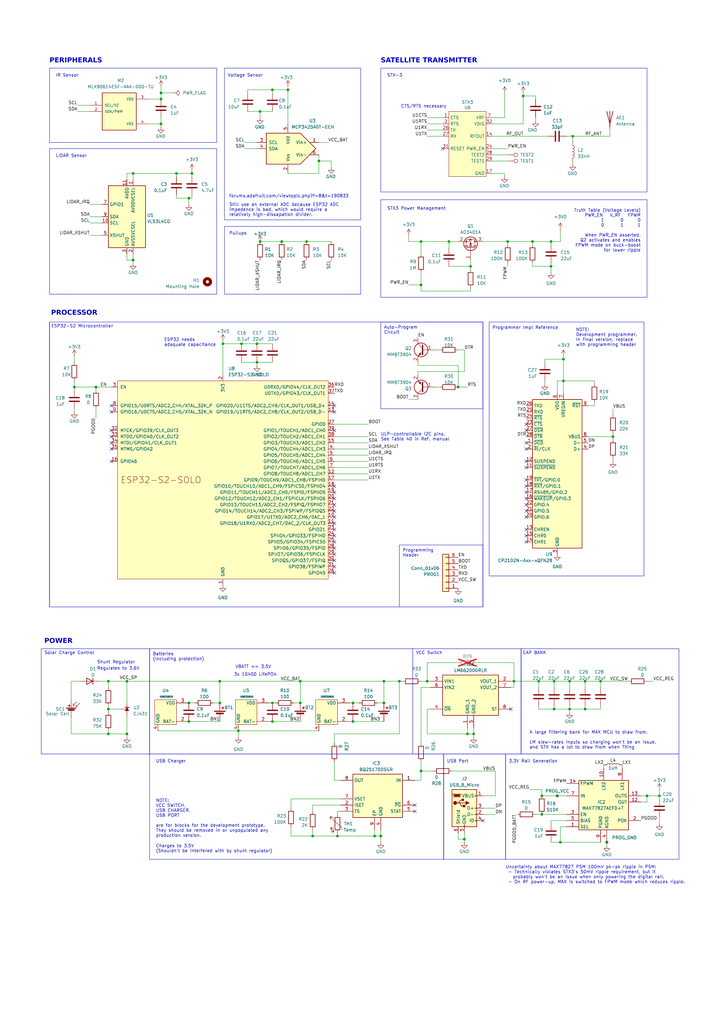
<source format=kicad_sch>
(kicad_sch (version 20230121) (generator eeschema)
  (paper "A3" portrait)
  (title_block (title "Monitoring Sensor for Afridev Hand Pump") (date "2023-05-02") (rev "1.0") (comment 1 "Author: Juan Luna") (comment 2 "Functional prototype of sensor to monitor the an Afridev hand pump."))
  (junction (at 228.6 326.39))
  (junction (at 118.11 36.83))
  (junction (at 194.31 300.99))
  (junction (at 90.17 279.4))
  (junction (at 123.19 288.29))
  (junction (at 39.37 158.75))
  (junction (at 66.04 40.64))
  (junction (at 97.79 299.72))
  (junction (at 226.06 99.06))
  (junction (at 99.06 140.97))
  (junction (at 222.25 334.01))
  (junction (at 231.14 156.21))
  (junction (at 111.76 288.29))
  (junction (at 193.04 109.22))
  (junction (at 77.47 288.29))
  (junction (at 227.33 279.4))
  (junction (at 163.83 279.4))
  (junction (at 106.68 45.72))
  (junction (at 251.46 179.07))
  (junction (at 144.78 288.29))
  (junction (at 66.04 50.8))
  (junction (at 52.07 300.99))
  (junction (at 218.44 99.06))
  (junction (at 77.47 295.91))
  (junction (at 90.17 288.29))
  (junction (at 77.47 81.28))
  (junction (at 66.04 38.1))
  (junction (at 233.68 279.4))
  (junction (at 248.92 345.44))
  (junction (at 172.72 316.23))
  (junction (at 246.38 279.4))
  (junction (at 234.95 55.88))
  (junction (at 52.07 279.4))
  (junction (at 91.44 140.97))
  (junction (at 210.82 279.4))
  (junction (at 220.98 279.4))
  (junction (at 111.76 295.91))
  (junction (at 72.39 71.12))
  (junction (at 233.68 290.83))
  (junction (at 153.67 342.9))
  (junction (at 184.15 99.06))
  (junction (at 111.76 36.83))
  (junction (at 190.5 344.17))
  (junction (at 44.45 279.4))
  (junction (at 172.72 99.06))
  (junction (at 208.28 99.06))
  (junction (at 214.63 39.37))
  (junction (at 157.48 279.4))
  (junction (at 229.87 345.44))
  (junction (at 123.19 279.4))
  (junction (at 172.72 116.84))
  (junction (at 175.26 279.4))
  (junction (at 30.48 158.75))
  (junction (at 231.14 147.32))
  (junction (at 130.81 66.04))
  (junction (at 105.41 148.59))
  (junction (at 44.45 300.99))
  (junction (at 240.03 279.4))
  (junction (at 105.41 140.97))
  (junction (at 191.77 300.99))
  (junction (at 115.57 99.06))
  (junction (at 270.51 326.39))
  (junction (at 240.03 290.83))
  (junction (at 187.96 158.75))
  (junction (at 144.78 295.91))
  (junction (at 125.73 99.06))
  (junction (at 138.43 342.9))
  (junction (at 156.21 342.9))
  (junction (at 227.33 290.83))
  (junction (at 78.74 71.12))
  (junction (at 265.43 326.39))
  (junction (at 128.27 342.9))
  (junction (at 54.61 71.12))
  (junction (at 54.61 106.68))
  (junction (at 106.68 99.06))
  (junction (at 222.25 326.39))
  (junction (at 157.48 288.29))
  (junction (at 44.45 290.83))
  (junction (at 226.06 109.22))
  (no_connect (at 137.16 166.37))
  (no_connect (at 137.16 224.79))
  (no_connect (at 137.16 204.47))
  (no_connect (at 170.18 332.74))
  (no_connect (at 137.16 168.91))
  (no_connect (at 137.16 234.95))
  (no_connect (at 215.9 222.25))
  (no_connect (at 209.55 290.83))
  (no_connect (at 215.9 217.17))
  (no_connect (at 137.16 219.71))
  (no_connect (at 45.72 179.07))
  (no_connect (at 170.18 330.2))
  (no_connect (at 137.16 201.93))
  (no_connect (at 137.16 176.53))
  (no_connect (at 137.16 229.87))
  (no_connect (at 215.9 196.85))
  (no_connect (at 137.16 199.39))
  (no_connect (at 137.16 217.17))
  (no_connect (at 181.61 60.96))
  (no_connect (at 215.9 207.01))
  (no_connect (at 45.72 168.91))
  (no_connect (at 137.16 222.25))
  (no_connect (at 215.9 191.77))
  (no_connect (at 198.12 336.55))
  (no_connect (at 137.16 209.55))
  (no_connect (at 215.9 189.23))
  (no_connect (at 215.9 173.99))
  (no_connect (at 215.9 184.15))
  (no_connect (at 45.72 181.61))
  (no_connect (at 137.16 214.63))
  (no_connect (at 45.72 166.37))
  (no_connect (at 215.9 201.93))
  (no_connect (at 215.9 209.55))
  (no_connect (at 137.16 212.09))
  (no_connect (at 215.9 199.39))
  (no_connect (at 137.16 232.41))
  (no_connect (at 215.9 219.71))
  (no_connect (at 215.9 176.53))
  (no_connect (at 215.9 204.47))
  (no_connect (at 215.9 212.09))
  (no_connect (at 45.72 184.15))
  (no_connect (at 45.72 189.23))
  (no_connect (at 137.16 227.33))
  (no_connect (at 137.16 207.01))
  (no_connect (at 215.9 181.61))
  (no_connect (at 45.72 176.53))
  (wire (pts (xy 44.45 299.72) (xy 44.45 300.99)))
  (wire (pts (xy 262.89 326.39) (xy 265.43 326.39)))
  (wire (pts (xy 222.25 326.39) (xy 228.6 326.39)))
  (wire (pts (xy 52.07 104.14) (xy 52.07 106.68)))
  (wire (pts (xy 233.68 279.4) (xy 227.33 279.4)))
  (wire (pts (xy 72.39 80.01) (xy 72.39 81.28)))
  (wire (pts (xy 210.82 281.94) (xy 210.82 279.4)))
  (wire (pts (xy 190.5 341.63) (xy 190.5 344.17)))
  (wire (pts (xy 100.33 60.96) (xy 105.41 60.96)))
  (wire (pts (xy 191.77 300.99) (xy 194.31 300.99)))
  (wire (pts (xy 184.15 99.06) (xy 172.72 99.06)))
  (wire (pts (xy 30.48 146.05) (xy 30.48 148.59)))
  (wire (pts (xy 106.68 45.72) (xy 111.76 45.72)))
  (wire (pts (xy 265.43 326.39) (xy 270.51 326.39)))
  (wire (pts (xy 198.12 331.47) (xy 203.2 331.47)))
  (wire (pts (xy 251.46 167.64) (xy 251.46 170.18)))
  (wire (pts (xy 29.21 287.02) (xy 29.21 279.4)))
  (wire (pts (xy 208.28 99.06) (xy 218.44 99.06)))
  (wire (pts (xy 99.06 140.97) (xy 105.41 140.97)))
  (wire (pts (xy 90.17 279.4) (xy 90.17 288.29)))
  (wire (pts (xy 226.06 109.22) (xy 226.06 111.76)))
  (wire (pts (xy 31.75 43.18) (xy 36.83 43.18)))
  (wire (pts (xy 137.16 300.99) (xy 163.83 300.99)))
  (wire (pts (xy 36.83 91.44) (xy 41.91 91.44)))
  (wire (pts (xy 130.81 58.42) (xy 134.62 58.42)))
  (wire (pts (xy 224.79 55.88) (xy 201.93 55.88)))
  (wire (pts (xy 203.2 326.39) (xy 198.12 326.39)))
  (wire (pts (xy 138.43 341.63) (xy 138.43 342.9)))
  (wire (pts (xy 187.96 341.63) (xy 187.96 344.17)))
  (wire (pts (xy 66.04 48.26) (xy 66.04 50.8)))
  (wire (pts (xy 194.31 300.99) (xy 194.31 302.26)))
  (wire (pts (xy 226.06 99.06) (xy 226.06 100.33)))
  (wire (pts (xy 119.38 327.66) (xy 119.38 331.47)))
  (wire (pts (xy 246.38 289.56) (xy 246.38 290.83)))
  (wire (pts (xy 247.65 313.69) (xy 247.65 314.96)))
  (wire (pts (xy 167.64 96.52) (xy 167.64 99.06)))
  (wire (pts (xy 44.45 279.4) (xy 44.45 281.94)))
  (wire (pts (xy 198.12 334.01) (xy 203.2 334.01)))
  (wire (pts (xy 137.16 173.99) (xy 151.13 173.99)))
  (wire (pts (xy 110.49 295.91) (xy 111.76 295.91)))
  (wire (pts (xy 163.83 300.99) (xy 163.83 279.4)))
  (wire (pts (xy 110.49 288.29) (xy 111.76 288.29)))
  (wire (pts (xy 172.72 111.76) (xy 172.72 116.84)))
  (wire (pts (xy 77.47 295.91) (xy 90.17 295.91)))
  (wire (pts (xy 220.98 289.56) (xy 220.98 290.83)))
  (wire (pts (xy 130.81 71.12) (xy 130.81 66.04)))
  (wire (pts (xy 78.74 71.12) (xy 78.74 72.39)))
  (wire (pts (xy 139.7 330.2) (xy 128.27 330.2)))
  (wire (pts (xy 170.18 320.04) (xy 172.72 320.04)))
  (wire (pts (xy 227.33 290.83) (xy 233.68 290.83)))
  (wire (pts (xy 39.37 158.75) (xy 39.37 160.02)))
  (wire (pts (xy 97.79 299.72) (xy 97.79 302.26)))
  (wire (pts (xy 72.39 81.28) (xy 77.47 81.28)))
  (wire (pts (xy 130.81 66.04) (xy 130.81 63.5)))
  (wire (pts (xy 172.72 104.14) (xy 172.72 99.06)))
  (wire (pts (xy 137.16 184.15) (xy 151.13 184.15)))
  (wire (pts (xy 91.44 140.97) (xy 99.06 140.97)))
  (wire (pts (xy 66.04 35.56) (xy 66.04 38.1)))
  (wire (pts (xy 137.16 186.69) (xy 151.13 186.69)))
  (wire (pts (xy 240.03 279.4) (xy 233.68 279.4)))
  (wire (pts (xy 227.33 281.94) (xy 227.33 279.4)))
  (wire (pts (xy 194.31 298.45) (xy 194.31 300.99)))
  (wire (pts (xy 172.72 281.94) (xy 176.53 281.94)))
  (wire (pts (xy 52.07 279.4) (xy 90.17 279.4)))
  (wire (pts (xy 175.26 50.8) (xy 181.61 50.8)))
  (wire (pts (xy 167.64 116.84) (xy 172.72 116.84)))
  (wire (pts (xy 223.52 147.32) (xy 231.14 147.32)))
  (wire (pts (xy 172.72 99.06) (xy 167.64 99.06)))
  (wire (pts (xy 172.72 119.38) (xy 172.72 116.84)))
  (wire (pts (xy 234.95 58.42) (xy 234.95 55.88)))
  (wire (pts (xy 66.04 50.8) (xy 66.04 52.07)))
  (wire (pts (xy 250.19 55.88) (xy 250.19 53.34)))
  (wire (pts (xy 251.46 179.07) (xy 251.46 180.34)))
  (wire (pts (xy 241.3 179.07) (xy 251.46 179.07)))
  (wire (pts (xy 128.27 342.9) (xy 138.43 342.9)))
  (wire (pts (xy 128.27 330.2) (xy 128.27 332.74)))
  (wire (pts (xy 184.15 109.22) (xy 193.04 109.22)))
  (wire (pts (xy 118.11 35.56) (xy 118.11 36.83)))
  (wire (pts (xy 105.41 148.59) (xy 105.41 149.86)))
  (wire (pts (xy 187.96 344.17) (xy 190.5 344.17)))
  (wire (pts (xy 139.7 327.66) (xy 119.38 327.66)))
  (wire (pts (xy 45.72 158.75) (xy 39.37 158.75)))
  (wire (pts (xy 44.45 289.56) (xy 44.45 290.83)))
  (wire (pts (xy 30.48 167.64) (xy 30.48 168.91)))
  (wire (pts (xy 219.71 334.01) (xy 222.25 334.01)))
  (wire (pts (xy 52.07 106.68) (xy 54.61 106.68)))
  (wire (pts (xy 226.06 107.95) (xy 226.06 109.22)))
  (wire (pts (xy 179.07 143.51) (xy 180.34 143.51)))
  (wire (pts (xy 137.16 191.77) (xy 151.13 191.77)))
  (wire (pts (xy 228.6 156.21) (xy 228.6 161.29)))
  (wire (pts (xy 193.04 106.68) (xy 193.04 109.22)))
  (wire (pts (xy 229.87 339.09) (xy 229.87 345.44)))
  (wire (pts (xy 100.33 58.42) (xy 105.41 58.42)))
  (wire (pts (xy 231.14 147.32) (xy 231.14 156.21)))
  (wire (pts (xy 156.21 340.36) (xy 156.21 342.9)))
  (wire (pts (xy 226.06 345.44) (xy 229.87 345.44)))
  (wire (pts (xy 210.82 279.4) (xy 210.82 271.78)))
  (wire (pts (xy 219.71 40.64) (xy 219.71 39.37)))
  (wire (pts (xy 218.44 99.06) (xy 226.06 99.06)))
  (wire (pts (xy 66.04 38.1) (xy 66.04 40.64)))
  (wire (pts (xy 193.04 109.22) (xy 193.04 110.49)))
  (wire (pts (xy 52.07 279.4) (xy 52.07 288.29)))
  (wire (pts (xy 72.39 71.12) (xy 78.74 71.12)))
  (wire (pts (xy 203.2 316.23) (xy 203.2 326.39)))
  (wire (pts (xy 78.74 69.85) (xy 78.74 71.12)))
  (wire (pts (xy 29.21 294.64) (xy 29.21 300.99)))
  (wire (pts (xy 106.68 45.72) (xy 106.68 48.26)))
  (wire (pts (xy 118.11 71.12) (xy 130.81 71.12)))
  (wire (pts (xy 175.26 290.83) (xy 175.26 300.99)))
  (wire (pts (xy 54.61 71.12) (xy 52.07 71.12)))
  (wire (pts (xy 87.63 288.29) (xy 90.17 288.29)))
  (wire (pts (xy 138.43 342.9) (xy 153.67 342.9)))
  (wire (pts (xy 105.41 148.59) (xy 111.76 148.59)))
  (wire (pts (xy 207.01 71.12) (xy 207.01 72.39)))
  (wire (pts (xy 29.21 300.99) (xy 44.45 300.99)))
  (wire (pts (xy 228.6 326.39) (xy 232.41 326.39)))
  (wire (pts (xy 223.52 148.59) (xy 223.52 147.32)))
  (wire (pts (xy 72.39 72.39) (xy 72.39 71.12)))
  (wire (pts (xy 54.61 71.12) (xy 72.39 71.12)))
  (wire (pts (xy 201.93 60.96) (xy 208.28 60.96)))
  (wire (pts (xy 52.07 293.37) (xy 52.07 300.99)))
  (wire (pts (xy 231.14 146.05) (xy 231.14 147.32)))
  (wire (pts (xy 232.41 339.09) (xy 229.87 339.09)))
  (wire (pts (xy 195.58 271.78) (xy 210.82 271.78)))
  (wire (pts (xy 44.45 279.4) (xy 52.07 279.4)))
  (wire (pts (xy 175.26 48.26) (xy 181.61 48.26)))
  (wire (pts (xy 40.64 279.4) (xy 44.45 279.4)))
  (wire (pts (xy 77.47 81.28) (xy 77.47 83.82)))
  (wire (pts (xy 137.16 304.8) (xy 137.16 300.99)))
  (wire (pts (xy 90.17 279.4) (xy 123.19 279.4)))
  (wire (pts (xy 36.83 96.52) (xy 41.91 96.52)))
  (wire (pts (xy 220.98 279.4) (xy 210.82 279.4)))
  (wire (pts (xy 207.01 38.1) (xy 207.01 48.26)))
  (wire (pts (xy 220.98 281.94) (xy 220.98 279.4)))
  (wire (pts (xy 222.25 323.85) (xy 222.25 326.39)))
  (wire (pts (xy 175.26 300.99) (xy 191.77 300.99)))
  (wire (pts (xy 54.61 73.66) (xy 54.61 71.12)))
  (wire (pts (xy 60.96 40.64) (xy 66.04 40.64)))
  (wire (pts (xy 144.78 295.91) (xy 157.48 295.91)))
  (wire (pts (xy 99.06 148.59) (xy 105.41 148.59)))
  (wire (pts (xy 223.52 156.21) (xy 223.52 157.48)))
  (wire (pts (xy 208.28 109.22) (xy 208.28 107.95)))
  (wire (pts (xy 115.57 99.06) (xy 125.73 99.06)))
  (wire (pts (xy 234.95 55.88) (xy 250.19 55.88)))
  (wire (pts (xy 240.03 290.83) (xy 233.68 290.83)))
  (wire (pts (xy 54.61 104.14) (xy 54.61 106.68)))
  (wire (pts (xy 190.5 344.17) (xy 190.5 345.44)))
  (wire (pts (xy 154.94 288.29) (xy 157.48 288.29)))
  (wire (pts (xy 153.67 340.36) (xy 153.67 342.9)))
  (wire (pts (xy 175.26 279.4) (xy 176.53 279.4)))
  (wire (pts (xy 175.26 279.4) (xy 175.26 271.78)))
  (wire (pts (xy 175.26 55.88) (xy 181.61 55.88)))
  (wire (pts (xy 30.48 158.75) (xy 30.48 160.02)))
  (wire (pts (xy 233.68 289.56) (xy 233.68 290.83)))
  (wire (pts (xy 184.15 99.06) (xy 187.96 99.06)))
  (wire (pts (xy 218.44 107.95) (xy 218.44 109.22)))
  (wire (pts (xy 219.71 48.26) (xy 219.71 49.53)))
  (wire (pts (xy 101.6 38.1) (xy 101.6 36.83)))
  (wire (pts (xy 175.26 271.78) (xy 187.96 271.78)))
  (wire (pts (xy 209.55 279.4) (xy 210.82 279.4)))
  (wire (pts (xy 226.06 99.06) (xy 229.87 99.06)))
  (wire (pts (xy 248.92 345.44) (xy 248.92 346.71)))
  (wire (pts (xy 201.93 66.04) (xy 208.28 66.04)))
  (wire (pts (xy 240.03 289.56) (xy 240.03 290.83)))
  (wire (pts (xy 214.63 39.37) (xy 214.63 38.1)))
  (wire (pts (xy 29.21 279.4) (xy 33.02 279.4)))
  (wire (pts (xy 77.47 288.29) (xy 80.01 288.29)))
  (wire (pts (xy 265.43 279.4) (xy 267.97 279.4)))
  (wire (pts (xy 101.6 36.83) (xy 111.76 36.83)))
  (wire (pts (xy 101.6 45.72) (xy 106.68 45.72)))
  (wire (pts (xy 137.16 181.61) (xy 151.13 181.61)))
  (wire (pts (xy 128.27 340.36) (xy 128.27 342.9)))
  (wire (pts (xy 233.68 281.94) (xy 233.68 279.4)))
  (wire (pts (xy 251.46 187.96) (xy 251.46 189.23)))
  (wire (pts (xy 184.15 101.6) (xy 184.15 99.06)))
  (wire (pts (xy 234.95 67.31) (xy 234.95 66.04)))
  (wire (pts (xy 156.21 342.9) (xy 156.21 345.44)))
  (wire (pts (xy 255.27 313.69) (xy 255.27 314.96)))
  (wire (pts (xy 193.04 119.38) (xy 172.72 119.38)))
  (wire (pts (xy 171.45 148.59) (xy 171.45 149.86)))
  (wire (pts (xy 60.96 50.8) (xy 66.04 50.8)))
  (wire (pts (xy 172.72 312.42) (xy 172.72 316.23)))
  (wire (pts (xy 219.71 39.37) (xy 214.63 39.37)))
  (wire (pts (xy 220.98 290.83) (xy 227.33 290.83)))
  (wire (pts (xy 138.43 332.74) (xy 138.43 334.01)))
  (wire (pts (xy 137.16 194.31) (xy 151.13 194.31)))
  (wire (pts (xy 243.84 166.37) (xy 243.84 165.1)))
  (wire (pts (xy 172.72 320.04) (xy 172.72 316.23)))
  (wire (pts (xy 44.45 300.99) (xy 52.07 300.99)))
  (wire (pts (xy 241.3 166.37) (xy 243.84 166.37)))
  (wire (pts (xy 106.68 99.06) (xy 115.57 99.06)))
  (wire (pts (xy 246.38 279.4) (xy 240.03 279.4)))
  (wire (pts (xy 139.7 332.74) (xy 138.43 332.74)))
  (wire (pts (xy 232.41 336.55) (xy 226.06 336.55)))
  (wire (pts (xy 44.45 290.83) (xy 44.45 292.1)))
  (wire (pts (xy 222.25 334.01) (xy 232.41 334.01)))
  (wire (pts (xy 54.61 106.68) (xy 54.61 107.95)))
  (wire (pts (xy 172.72 316.23) (xy 177.8 316.23)))
  (wire (pts (xy 44.45 290.83) (xy 49.53 290.83)))
  (wire (pts (xy 208.28 99.06) (xy 208.28 100.33)))
  (wire (pts (xy 163.83 279.4) (xy 165.1 279.4)))
  (wire (pts (xy 240.03 281.94) (xy 240.03 279.4)))
  (wire (pts (xy 135.89 68.58) (xy 135.89 66.04)))
  (wire (pts (xy 190.5 152.4) (xy 190.5 143.51)))
  (wire (pts (xy 187.96 158.75) (xy 191.77 158.75)))
  (wire (pts (xy 111.76 295.91) (xy 123.19 295.91)))
  (wire (pts (xy 135.89 66.04) (xy 130.81 66.04)))
  (wire (pts (xy 187.96 149.86) (xy 187.96 158.75)))
  (wire (pts (xy 246.38 279.4) (xy 257.81 279.4)))
  (wire (pts (xy 229.87 345.44) (xy 246.38 345.44)))
  (wire (pts (xy 227.33 279.4) (xy 220.98 279.4)))
  (wire (pts (xy 167.64 163.83) (xy 171.45 163.83)))
  (wire (pts (xy 179.07 158.75) (xy 180.34 158.75)))
  (wire (pts (xy 39.37 158.75) (xy 30.48 158.75)))
  (wire (pts (xy 201.93 63.5) (xy 208.28 63.5)))
  (wire (pts (xy 36.83 88.9) (xy 41.91 88.9)))
  (wire (pts (xy 111.76 36.83) (xy 118.11 36.83)))
  (wire (pts (xy 214.63 50.8) (xy 214.63 39.37)))
  (wire (pts (xy 144.78 288.29) (xy 147.32 288.29)))
  (wire (pts (xy 97.79 299.72) (xy 130.81 299.72)))
  (wire (pts (xy 262.89 328.93) (xy 265.43 328.93)))
  (wire (pts (xy 153.67 342.9) (xy 156.21 342.9)))
  (wire (pts (xy 137.16 312.42) (xy 137.16 320.04)))
  (wire (pts (xy 137.16 179.07) (xy 151.13 179.07)))
  (wire (pts (xy 119.38 339.09) (xy 119.38 342.9)))
  (wire (pts (xy 137.16 196.85) (xy 151.13 196.85)))
  (wire (pts (xy 64.77 299.72) (xy 97.79 299.72)))
  (wire (pts (xy 209.55 281.94) (xy 210.82 281.94)))
  (wire (pts (xy 157.48 279.4) (xy 163.83 279.4)))
  (wire (pts (xy 232.41 55.88) (xy 234.95 55.88)))
  (wire (pts (xy 218.44 109.22) (xy 226.06 109.22)))
  (wire (pts (xy 137.16 189.23) (xy 151.13 189.23)))
  (wire (pts (xy 172.72 304.8) (xy 172.72 281.94)))
  (wire (pts (xy 39.37 167.64) (xy 39.37 171.45)))
  (wire (pts (xy 111.76 288.29) (xy 113.03 288.29)))
  (wire (pts (xy 52.07 73.66) (xy 52.07 71.12)))
  (wire (pts (xy 71.12 38.1) (xy 66.04 38.1)))
  (wire (pts (xy 77.47 81.28) (xy 78.74 81.28)))
  (wire (pts (xy 31.75 45.72) (xy 36.83 45.72)))
  (wire (pts (xy 176.53 290.83) (xy 175.26 290.83)))
  (wire (pts (xy 171.45 149.86) (xy 187.96 149.86)))
  (wire (pts (xy 243.84 156.21) (xy 231.14 156.21)))
  (wire (pts (xy 123.19 279.4) (xy 157.48 279.4)))
  (polyline (pts (xy 20.32 132.08) (xy 20.32 248.92)))
  (wire (pts (xy 137.16 320.04) (xy 139.7 320.04)))
  (wire (pts (xy 270.51 335.28) (xy 270.51 337.82)))
  (wire (pts (xy 157.48 279.4) (xy 157.48 288.29)))
  (wire (pts (xy 125.73 99.06) (xy 135.89 99.06)))
  (wire (pts (xy 251.46 179.07) (xy 251.46 177.8)))
  (wire (pts (xy 36.83 83.82) (xy 41.91 83.82)))
  (wire (pts (xy 227.33 289.56) (xy 227.33 290.83)))
  (wire (pts (xy 226.06 336.55) (xy 226.06 337.82)))
  (wire (pts (xy 118.11 36.83) (xy 118.11 50.8)))
  (wire (pts (xy 105.41 140.97) (xy 111.76 140.97)))
  (wire (pts (xy 187.96 143.51) (xy 190.5 143.51)))
  (wire (pts (xy 246.38 290.83) (xy 240.03 290.83)))
  (wire (pts (xy 30.48 156.21) (xy 30.48 158.75)))
  (wire (pts (xy 78.74 81.28) (xy 78.74 80.01)))
  (wire (pts (xy 171.45 153.67) (xy 171.45 152.4)))
  (wire (pts (xy 243.84 157.48) (xy 243.84 156.21)))
  (wire (pts (xy 123.19 279.4) (xy 123.19 288.29)))
  (wire (pts (xy 52.07 300.99) (xy 52.07 302.26)))
  (wire (pts (xy 270.51 326.39) (xy 270.51 327.66)))
  (wire (pts (xy 265.43 328.93) (xy 265.43 326.39)))
  (wire (pts (xy 231.14 156.21) (xy 228.6 156.21)))
  (wire (pts (xy 120.65 288.29) (xy 123.19 288.29)))
  (wire (pts (xy 91.44 140.97) (xy 91.44 153.67)))
  (wire (pts (xy 185.42 316.23) (xy 203.2 316.23)))
  (wire (pts (xy 270.51 323.85) (xy 270.51 326.39)))
  (wire (pts (xy 119.38 342.9) (xy 128.27 342.9)))
  (wire (pts (xy 198.12 99.06) (xy 208.28 99.06)))
  (wire (pts (xy 171.45 152.4) (xy 190.5 152.4)))
  (wire (pts (xy 193.04 118.11) (xy 193.04 119.38)))
  (wire (pts (xy 231.14 156.21) (xy 231.14 161.29)))
  (wire (pts (xy 246.38 281.94) (xy 246.38 279.4)))
  (wire (pts (xy 207.01 48.26) (xy 201.93 48.26)))
  (wire (pts (xy 175.26 53.34) (xy 181.61 53.34)))
  (wire (pts (xy 144.78 288.29) (xy 143.51 288.29)))
  (wire (pts (xy 172.72 279.4) (xy 175.26 279.4)))
  (wire (pts (xy 229.87 99.06) (xy 229.87 93.98)))
  (wire (pts (xy 233.68 290.83) (xy 233.68 292.1)))
  (wire (pts (xy 218.44 100.33) (xy 218.44 99.06)))
  (wire (pts (xy 144.78 295.91) (xy 143.51 295.91)))
  (wire (pts (xy 111.76 36.83) (xy 111.76 38.1)))
  (wire (pts (xy 201.93 50.8) (xy 214.63 50.8)))
  (wire (pts (xy 91.44 139.7) (xy 91.44 140.97)))
  (wire (pts (xy 217.17 323.85) (xy 222.25 323.85)))
  (wire (pts (xy 191.77 298.45) (xy 191.77 300.99)))
  (wire (pts (xy 201.93 71.12) (xy 207.01 71.12)))
  (rectangle (start 200.66 132.08) (end 264.16 236.22))
  (rectangle (start 92.075 27.94) (end 147.955 90.17))
  (rectangle (start 156.21 81.915) (end 265.43 121.92))
  (rectangle (start 156.21 132.08) (end 198.12 167.64))
  (rectangle (start 16.9128 266.0642) (end 61.3628 309.2442))
  (rectangle (start 61.3628 309.2442) (end 182.0128 352.4242))
  (rectangle (start 20.32 27.94) (end 88.9 58.42))
  (rectangle (start 20.32 132.08) (end 198.12 248.92))
  (rectangle (start 169.3128 266.0642) (end 213.7628 309.2442))
  (rectangle (start 156.21 27.94) (end 265.43 78.74))
  (rectangle (start 182.0128 309.2442) (end 207.4128 352.4242))
  (rectangle (start 61.3628 266.0642) (end 169.3128 309.2442))
  (rectangle (start 163.83 223.52) (end 198.12 248.92))
  (rectangle (start 92.0851 92.8487) (end 147.9651 120.65))
  (rectangle (start 213.7628 266.0642) (end 278.5328 309.2442))
  (rectangle (start 20.32 60.96) (end 88.9 120.65))
  (rectangle (start 207.4128 309.2442) (end 278.5328 352.4242))
  (text "NOTE:\nVCC SWITCH,\nUSB CHARGER,\nUSB PORT\n\nare for blocks for the development prototype.\nThey should be removed in or unpopulated any\nproduction version." (at 63.9028 343.5342 0) (effects (font (size 1.27 1.27)) (justify left bottom)))
  (text "SATELLITE TRANSMITTER" (at 156.21 26.67 0) (effects (font (size 2 2) (thickness 0.4) bold) (justify left bottom)))
  (text "forums.adafruit.com/viewtopic.php?f=8&t=190833" (at 93.98 81.28 0) (effects (font (size 1.27 1.27)) (justify left bottom)))
  (text "USB Charger" (at 63.9028 313.0542 0) (effects (font (size 1.27 1.27)) (justify left bottom)))
  (text "LIDAR Sensor" (at 22.86 64.77 0) (effects (font (size 1.27 1.27)) (justify left bottom)))
  (text "USB Port" (at 183.2828 313.0542 0) (effects (font (size 1.27 1.27)) (justify left bottom)))
  (text "Batteries\n(Including protection)" (at 62.6328 271.1442 0) (effects (font (size 1.27 1.27)) (justify left bottom)))
  (text "Shunt Regulator" (at 39.7728 272.4142 0) (effects (font (size 1.27 1.27)) (justify left bottom)))
  (text "3.3V Rail Generation" (at 208.6828 313.0542 0) (effects (font (size 1.27 1.27)) (justify left bottom)))
  (text "STX-3" (at 158.75 31.75 0) (effects (font (size 1.27 1.27)) (justify left bottom)))
  (text "A large filtering bank for MAX MCU to draw from.\n\nLM slew-rates inputs so charging won't be an issue,\nand STX has a lot to draw from when TXing" (at 217.17 307.34 0) (effects (font (size 1.27 1.27)) (justify left bottom)))
  (text "Programmer Impl Reference" (at 201.93 135.255 0) (effects (font (size 1.27 1.27)) (justify left bottom)))
  (text "Solar Charge Control" (at 18.1828 268.6042 0) (effects (font (size 1.27 1.27)) (justify left bottom)))
  (text "VCC Switch" (at 170.5828 268.6042 0) (effects (font (size 1.27 1.27)) (justify left bottom)))
  (text "ESP32-S2 Microcontroller" (at 20.955 134.62 0) (effects (font (size 1.27 1.27)) (justify left bottom)))
  (text "VBATT <= 3.5V" (at 96.52 274.32 0) (effects (font (size 1.27 1.27)) (justify left bottom)))
  (text "VCC_SP" (at 49.0573 278.8544 0) (effects (font (size 1.27 1.27)) (justify left bottom)))
  (text "Still use an external ADC because ESP32 ADC\nimpedence is bad, which would require a\nrelatively high-dissapation divider." (at 93.98 88.9 0) (effects (font (size 1.27 1.27)) (justify left bottom)))
  (text "NOTE:\nDevelopment programmer.\nIn final version, replace\nwith programming header" (at 236.22 142.24 0) (effects (font (size 1.27 1.27)) (justify left bottom)))
  (text "Truth Table (Voltage Levels)\nPWR_EN   V_RF   FPWM\n  1       0      0\n  0       1      1\n\nWhen PWR_EN asserted,\nQ2 activates and enables\nFPWM mode on buck-boost\nfor lower ripple" (at 262.89 103.505 0) (effects (font (size 1.27 1.27)) (justify right bottom)))
  (text "CTS/RTS necessary" (at 164.465 44.45 0) (effects (font (size 1.27 1.27)) (justify left bottom)))
  (text "Auto-Program\nCircuit" (at 157.48 137.16 0) (effects (font (size 1.27 1.27)) (justify left bottom)))
  (text "Charges to 3.5V\n(Shouldn't be interfered with by shunt regulator)" (at 63.9028 349.8842 0) (effects (font (size 1.27 1.27)) (justify left bottom)))
  (text "PROCESSOR" (at 20.955 130.175 0) (effects (font (size 2 2) (thickness 0.4) bold) (justify left bottom)))
  (text "ULP-controllable I2C pins. \nSee Table 40 in Ref. manual" (at 156.21 180.975 0) (effects (font (size 1.27 1.27)) (justify left bottom)))
  (text "Pullups" (at 93.98 96.52 0) (effects (font (size 1.27 1.27)) (justify left bottom)))
  (text "Voltage Sensor" (at 93.345 31.75 0) (effects (font (size 1.27 1.27)) (justify left bottom)))
  (text "POWER" (at 18.1828 264.7942 0) (effects (font (size 2 2) (thickness 0.4) bold) (justify left bottom)))
  (text "STX3 Power Management" (at 158.75 86.36 0) (effects (font (size 1.27 1.27)) (justify left bottom)))
  (text "ESP32 needs\nadaquate capacitance" (at 67.31 142.24 0) (effects (font (size 1.27 1.27)) (justify left bottom)))
  (text "PERIPHERALS" (at 20.32 26.67 0) (effects (font (size 2 2) (thickness 0.4) bold) (justify left bottom)))
  (text "Programming\nHeader" (at 165.1 228.6 0) (effects (font (size 1.27 1.27)) (justify left bottom)))
  (text "Uncertainty about MAX77827 PSM 100mV pk-pk ripple in PSM:\n - Technically violates STX3's 50mV ripple requirement, but it\n   probably won't be an issue when only powering the digital rail.\n - On RF power-up, MAX is switched to FPWM mode which reduces ripple." (at 207.4128 362.5842 0) (effects (font (size 1.27 1.27)) (justify left bottom)))
  (text "Regulates to 3.6V" (at 39.7728 274.9542 0) (effects (font (size 1.27 1.27)) (justify left bottom)))
  (text "CAP BANK" (at 214.3978 268.6042 0) (effects (font (size 1.27 1.27)) (justify left bottom)))
  (text "3x 10400 LifePO4" (at 95.885 277.495 0) (effects (font (size 1.27 1.27)) (justify left bottom)))
  (text "IR Sensor" (at 22.86 31.75 0) (effects (font (size 1.27 1.27)) (justify left bottom)))
  (label "SCL" (at 31.75 43.18 180))
  (label "DP" (at 241.3 184.15 0))
  (label "U1RTS" (at 175.26 50.8 180))
  (label "U1TX" (at 175.26 55.88 180))
  (label "U1TX" (at 151.13 196.85 0))
  (label "VCC_BAT" (at 134.62 58.42 0))
  (label "SCL" (at 135.89 106.68 270))
  (label "RF_OUT" (at 207.645 55.88 0))
  (label "VCC_REG" (at 267.97 279.4 0))
  (label "U1RX" (at 175.26 53.34 180))
  (label "PWR_EN" (at 208.28 60.96 0))
  (label "VCC_BAT" (at 123.19 279.4 180))
  (label "SCL" (at 36.83 91.44 180))
  (label "BOOT" (at 151.13 173.99 0))
  (label "EN" (at 187.96 228.6 0))
  (label "DN" (at 241.3 181.61 0))
  (label "VBUS" (at 203.2 316.23 180))
  (label "SDA" (at 100.33 60.96 180))
  (label "U1CTS" (at 151.13 189.23 0))
  (label "PGOOD_BATT" (at 212.09 334.01 270))
  (label "SCL" (at 151.13 179.07 0))
  (label "LIDAR_IRQ" (at 151.13 186.69 0))
  (label "PGOOD" (at 39.37 171.45 270))
  (label "RXD" (at 137.16 158.75 0))
  (label "BN2" (at 122.9578 295.91 180))
  (label "LIDAR_XSHUT" (at 106.68 106.68 270))
  (label "SDA" (at 36.83 88.9 180))
  (label "DTR" (at 215.9 179.07 180))
  (label "TXD" (at 137.16 161.29 0))
  (label "BOOT" (at 187.96 231.14 0))
  (label "LX2" (at 247.65 313.69 180))
  (label "RTS" (at 191.77 158.75 0))
  (label "LIDAR_IRQ" (at 115.57 106.68 270))
  (label "LIDAR_XSHUT" (at 151.13 184.15 0))
  (label "RXD" (at 187.96 236.22 0))
  (label "BOOT" (at 167.64 163.83 180))
  (label "U1RTS" (at 151.13 191.77 0))
  (label "DP" (at 203.2 331.47 0))
  (label "DTR" (at 190.5 143.51 0))
  (label "RTS" (at 215.9 171.45 180))
  (label "U1CTS" (at 175.26 48.26 180))
  (label "RF_ANT" (at 240.03 55.88 0))
  (label "LX1" (at 255.27 313.69 0))
  (label "SDA" (at 31.75 45.72 180))
  (label "VCC_SW" (at 187.96 238.76 0))
  (label "LIDAR_XSHUT" (at 36.83 96.52 180))
  (label "RXD" (at 215.9 166.37 180))
  (label "BN3" (at 155.9778 295.91 180))
  (label "VCC_SW" (at 250.19 279.4 0))
  (label "LIDAR_IRQ" (at 36.83 83.82 180))
  (label "SDA" (at 151.13 181.61 0))
  (label "SDA" (at 125.73 106.68 270))
  (label "FPWM" (at 232.41 321.31 180))
  (label "FPWM" (at 208.28 109.22 270))
  (label "TXD" (at 187.96 233.68 0))
  (label "TXD" (at 215.9 168.91 180))
  (label "VCC_REG" (at 217.17 323.85 180))
  (label "PGOOD" (at 262.89 336.55 0))
  (label "U1RX" (at 151.13 194.31 0))
  (label "EN" (at 171.45 138.43 0))
  (label "BN1" (at 90.17 295.91 180))
  (label "DN" (at 203.2 334.01 0))
  (label "PWR_EN" (at 167.64 116.84 180))
  (label "SCL" (at 100.33 58.42 180))
  (label "EN" (at 43.815 158.75 180))
  (label "VBUS" (at 251.46 167.64 0))
  (symbol (lib_id "Device:R") (at 251.46 184.15 0) (unit 1)
    (property "Reference" "R21" (at 254 183.515 0) (effects (justify left)))
    (property "Value" "33K" (at 254 186.055 0) (effects (justify left)))
    (property "Footprint" "Resistor_SMD:R_0402_1005Metric" (effects hide))
    (property "LCSC" "C25779" (effects hide))
  )
  (symbol (lib_id "power:GND") (at 207.01 72.39 0) (unit 1)
    (property "Reference" "#PWR018" (effects hide))
    (property "Value" "GND" (at 208.915 76.2 0) (effects (justify right)))
  )
  (symbol (lib_id "Device:R") (at 119.38 335.28 0) (unit 1)
    (property "Reference" "R23" (at 117.475 334.645 0) (effects (justify right)))
    (property "Value" "100K" (at 117.475 337.185 0) (effects (justify right)))
    (property "Footprint" "Resistor_SMD:R_0402_1005Metric" (effects hide))
    (property "LCSC" "C25741" (effects hide))
  )
  (symbol (lib_id "Device:C") (at 227.33 285.75 0) (unit 1)
    (property "Reference" "C2" (at 224.79 275.59 0) (effects (justify left)))
    (property "Value" "22uF" (at 224.79 278.13 0) (effects (justify left)))
    (property "Footprint" "Capacitor_SMD:C_1206_3216Metric" (effects hide))
    (property "LCSC" "C5672" (effects hide))
  )
  (symbol (lib_id "Device:R") (at 181.61 316.23 90) (mirror x) (unit 1)
    (property "Reference" "R28" (at 179.07 321.31 90))
    (property "Value" "0" (at 179.07 318.77 90))
    (property "Footprint" "Resistor_SMD:R_0402_1005Metric" (effects hide))
    (property "LCSC" "C17168" (effects hide))
  )
  (symbol (lib_id "Device:R") (at 39.37 163.83 0) (mirror y) (unit 1)
    (property "Reference" "R8" (at 36.195 162.56 0))
    (property "Value" "0" (at 36.195 165.1 0))
    (property "Footprint" "Resistor_SMD:R_0402_1005Metric" (effects hide))
    (property "LCSC" "C17168" (effects hide))
  )
  (symbol (lib_id "power:GND") (at 248.92 346.71 0) (unit 1)
    (property "Reference" "#PWR027" (effects hide))
    (property "Value" "GND" (at 248.92 350.52 0))
  )
  (symbol (lib_id "power:GND") (at 105.41 149.86 0) (unit 1)
    (property "Reference" "#PWR023" (effects hide))
    (property "Value" "GND" (at 105.41 153.67 0))
  )
  (symbol (lib_id "Device:Thermistor_NTC") (at 138.43 337.82 0) (unit 1)
    (property "Reference" "TH1" (at 144.78 337.82 0) (effects (justify right)))
    (property "Value" "Temp" (at 146.05 340.36 0) (effects (justify right)))
    (property "Footprint" "Resistor_SMD:R_0603_1608Metric" (effects hide))
    (property "LCSC" "C700812" (effects hide))
  )
  (symbol (lib_id "Connector:USB_B_Micro") (at 190.5 331.47 0) (unit 1)
    (property "Reference" "J2" (at 190.5 319.405 0))
    (property "Value" "USB_B_Micro" (at 190.5 321.945 0))
    (property "Footprint" "footprints:MicroUSBConnector_AMPHENOL_GMCB05801124EU" (effects hide))
    (property "MOUSER" "523-GMCB05801124EU" (effects hide))
  )
  (symbol (lib_id "Device:R") (at 261.62 279.4 90) (unit 1)
    (property "Reference" "R25" (at 263.525 274.32 90))
    (property "Value" "0" (at 263.525 276.86 90))
    (property "Footprint" "Resistor_SMD:R_0402_1005Metric" (effects hide))
    (property "LCSC" "C17168" (effects hide))
  )
  (symbol (lib_id "Device:R") (at 128.27 336.55 0) (unit 1)
    (property "Reference" "R22" (at 126.365 335.915 0) (effects (justify right)))
    (property "Value" "2K" (at 126.365 338.455 0) (effects (justify right)))
    (property "Footprint" "Resistor_SMD:R_0402_1005Metric" (effects hide))
    (property "LCSC" "C4109" (effects hide))
  )
  (symbol (lib_id "Device:C") (at 223.52 152.4 0) (unit 1)
    (property "Reference" "C27" (at 220.345 151.765 0) (effects (justify right)))
    (property "Value" "1uF" (at 220.345 154.305 0) (effects (justify right)))
    (property "Footprint" "Capacitor_SMD:C_0402_1005Metric" (effects hide))
    (property "LCSC" "C52923" (effects hide))
  )
  (symbol (lib_id "power:GND") (at 30.48 168.91 0) (unit 1)
    (property "Reference" "#PWR025" (effects hide))
    (property "Value" "GND" (at 30.48 172.72 0))
  )
  (symbol (lib_id "XB8358D0:XB8358D0") (at 66.04 287.02 0) (unit 1)
    (property "Reference" "U4" (at 67.945 283.21 0))
    (property "Value" " XB8358D0" (at 67.945 285.75 0) (effects (font (size 0.7 0.7))))
    (property "Footprint" "Package_TO_SOT_SMD:SOT-23-5" (effects hide))
    (property "Datasheet" "https://datasheet.lcsc.com/lcsc/1809131533_XySemi-XB8358D0_C80218.pdf" (effects hide))
  )
  (symbol (lib_id "STX3:+VRF") (at 207.01 38.1 0) (unit 1)
    (property "Reference" "#PWR024" (effects hide))
    (property "Value" "+VRF" (at 207.01 33.02 0))
  )
  (symbol (lib_id "Device:C") (at 226.06 341.63 0) (mirror y) (unit 1)
    (property "Reference" "C19" (at 222.885 340.36 0) (effects (justify left)))
    (property "Value" "1uF" (at 222.885 342.9 0) (effects (justify left)))
    (property "Footprint" "Capacitor_SMD:C_0402_1005Metric" (effects hide))
    (property "LCSC" "C52923" (effects hide))
  )
  (symbol (lib_id "Device:R") (at 243.84 161.29 0) (unit 1)
    (property "Reference" "R19" (at 245.745 160.655 0) (effects (justify left)))
    (property "Value" "10K" (at 245.745 163.195 0) (effects (justify left)))
    (property "Footprint" "Resistor_SMD:R_0402_1005Metric" (effects hide))
    (property "LCSC" "C25744" (effects hide))
  )
  (symbol (lib_id "MAX77827AEFD+T:MAX77827AEFD+T") (at 232.41 330.2 0) (unit 1)
    (property "Reference" "IC2" (at 245.11 328.93 0) (effects (justify left)))
    (property "Value" "MAX77827AEFD+T" (at 238.76 331.47 0) (effects (justify left)))
    (property "Footprint" "footprints:Microcontroller_MAX77827AEFD" (effects hide))
    (property "Datasheet" "https://pdfserv.maximintegrated.com/en/ds/MAX77827.pdf" (effects hide))
    (property "Height" "0.6" (effects hide))
    (property "Mouser Part Number" "700-MAX77827AEFD+T" (effects hide))
    (property "Mouser Price/Stock" "https://www.mouser.co.uk/ProductDetail/Maxim-Integrated/MAX77827AEFD%2bT?qs=zW32dvEIR3uDmXjJtHzAUA%3D%3D" (effects hide))
    (property "Manufacturer_Name" "Analog Devices" (effects hide))
    (property "Manufacturer_Part_Number" "MAX77827AEFD+T" (effects hide))
  )
  (symbol (lib_id "Connector_Generic:Conn_01x06") (at 182.88 236.22 180) (unit 1)
    (property "Reference" "PROG1" (at 180.34 235.585 0) (effects (justify left)))
    (property "Value" "Conn_01x06" (at 180.34 233.045 0) (effects (justify left)))
    (property "Footprint" "Connector_PinSocket_2.54mm:PinSocket_1x06_P2.54mm_Vertical" (effects hide))
  )
  (symbol (lib_id "Device:R") (at 172.72 107.95 0) (unit 1)
    (property "Reference" "R9" (at 170.815 107.315 0) (effects (justify right)))
    (property "Value" "1M" (at 170.815 109.855 0) (effects (justify right)))
    (property "Footprint" "Resistor_SMD:R_0402_1005Metric" (effects hide))
    (property "LCSC" "C26083" (effects hide))
  )
  (symbol (lib_id "Device:R") (at 116.84 288.29 90) (unit 1)
    (property "Reference" "R10" (at 116.84 283.21 90))
    (property "Value" "100" (at 116.84 285.75 90))
    (property "Footprint" "Resistor_SMD:R_0402_1005Metric" (effects hide))
    (property "LCSC" "C25076" (effects hide))
  )
  (symbol (lib_id "power:+3V3") (at 78.74 69.85 0) (unit 1)
    (property "Reference" "#PWR06" (effects hide))
    (property "Value" "+3V3" (at 78.74 65.405 0))
  )
  (symbol (lib_id "Device:C") (at 77.47 292.1 0) (mirror y) (unit 1)
    (property "Reference" "C9" (at 80.645 290.83 0) (effects (justify right)))
    (property "Value" "0.1uF" (at 80.645 293.37 0) (effects (justify right)))
    (property "Footprint" "Capacitor_SMD:C_0402_1005Metric" (effects hide))
    (property "LCSC" "C307331" (effects hide))
  )
  (symbol (lib_id "Connector:TestPoint") (at 208.28 63.5 270) (unit 1)
    (property "Reference" "TP3" (effects hide))
    (property "Value" "TEST2" (at 213.36 63.5 90) (effects (justify left)))
    (property "Footprint" "TestPoint:TestPoint_Pad_D1.0mm" (effects hide))
  )
  (symbol (lib_id "Transistor_FET:AO3401A") (at 193.04 101.6 270) (mirror x) (unit 1)
    (property "Reference" "Q1" (at 193.04 92.71 90))
    (property "Value" "AO3401A" (at 193.04 95.25 90))
    (property "Footprint" "Package_TO_SOT_SMD:SOT-23" (effects hide))
    (property "Datasheet" "http://www.aosmd.com/pdfs/datasheet/AO3401A.pdf" (effects hide))
    (property "LCSC" "C15127" (effects hide))
  )
  (symbol (lib_id "Transistor_BJT:MMBT3904") (at 173.99 143.51 0) (mirror y) (unit 1)
    (property "Reference" "Q2" (at 168.91 142.875 0) (effects (justify left)))
    (property "Value" "MMBT3904" (at 168.91 145.415 0) (effects (justify left)))
    (property "Footprint" "Package_TO_SOT_SMD:SOT-23" (effects hide))
    (property "Datasheet" "https://www.onsemi.com/pdf/datasheet/pzt3904-d.pdf" (effects hide))
    (property "LCSC" "C20526" (effects hide))
  )
  (symbol (lib_id "Device:C") (at 30.48 163.83 0) (mirror y) (unit 1)
    (property "Reference" "C18" (at 26.67 163.195 0) (effects (justify left)))
    (property "Value" "1uF" (at 26.67 165.735 0) (effects (justify left)))
    (property "Footprint" "Capacitor_SMD:C_0402_1005Metric" (effects hide))
    (property "LCSC" "C52923" (effects hide))
  )
  (symbol (lib_id "Device:R") (at 222.25 330.2 180) (unit 1)
    (property "Reference" "R16" (at 224.155 329.565 0) (effects (justify right)))
    (property "Value" "510K" (at 224.155 332.105 0) (effects (justify right)))
    (property "Footprint" "Resistor_SMD:R_0402_1005Metric" (effects hide))
    (property "LCSC" "C11616" (effects hide))
  )
  (symbol (lib_id "Interface_USB:CP2102N-Axx-xQFN28") (at 228.6 194.31 0) (mirror y) (unit 1)
    (property "Reference" "U9" (at 226.6441 227.33 0) (effects (justify left)))
    (property "Value" "CP2102N-Axx-xQFN28" (at 226.6441 229.87 0) (effects (justify left)))
    (property "Footprint" "Package_DFN_QFN:QFN-28-1EP_5x5mm_P0.5mm_EP3.35x3.35mm" (effects hide))
    (property "Datasheet" "https://www.silabs.com/documents/public/data-sheets/cp2102n-datasheet.pdf" (effects hide))
    (property "LCSC" "C6568" (effects hide))
  )
  (symbol (lib_id "Device:L") (at 234.95 62.23 0) (unit 1)
    (property "Reference" "L2" (at 236.855 61.595 0) (effects (justify left)))
    (property "Value" "33nH" (at 236.855 64.135 0) (effects (justify left)))
    (property "Footprint" "Inductor_SMD:L_0402_1005Metric" (effects hide))
    (property "LCSC" "C471373" (effects hide))
  )
  (symbol (lib_id "BQ25170DSGR:BQ25170DSGR") (at 170.18 320.04 0) (mirror y) (unit 1)
    (property "Reference" "IC3" (at 154.305 313.055 0))
    (property "Value" "BQ25170DSGR" (at 154.305 315.595 0))
    (property "Footprint" "footprints:BatteryController_BQ25170DSGR_SON50P200X200X80-9N" (effects hide))
    (property "Datasheet" "https://www.ti.com/lit/gpn/bq25170" (effects hide))
    (property "Height" "0.8" (effects hide))
    (property "Mouser Part Number" "595-BQ25170DSGR" (effects hide))
    (property "Mouser Price/Stock" "https://www.mouser.co.uk/ProductDetail/Texas-Instruments/BQ25170DSGR?qs=iLbezkQI%252BsiCISFdSxQWaQ%3D%3D" (effects hide))
    (property "Manufacturer_Name" "Texas Instruments" (effects hide))
    (property "Manufacturer_Part_Number" "BQ25170DSGR" (effects hide))
    (property "LCSC" "C5208201" (effects hide))
  )
  (symbol (lib_id "power:GND") (at 270.51 337.82 0) (unit 1)
    (property "Reference" "#PWR029" (effects hide))
    (property "Value" "GND" (at 270.51 342.265 0))
  )
  (symbol (lib_id "Device:D") (at 36.83 279.4 180) (unit 1)
    (property "Reference" "D1" (at 38.1 274.32 0))
    (property "Value" "D" (at 38.1 276.86 0))
    (property "Footprint" "Diode_SMD:D_SMA" (effects hide))
    (property "Sim.Device" "D" (effects hide))
    (property "Sim.Pins" "1=K 2=A" (effects hide))
    (property "LCSC" "C8678" (effects hide))
  )
  (symbol (lib_id "power:+3V3") (at 118.11 35.56 0) (unit 1)
    (property "Reference" "#PWR010" (effects hide))
    (property "Value" "+3V3" (at 117.475 31.75 0))
  )
  (symbol (lib_id "Connector:TestPoint_Small") (at 228.6 326.39 0) (mirror x) (unit 1)
    (property "Reference" "TP5" (effects hide))
    (property "Value" "PROG_VCC" (at 223.6253 324.4113 0) (effects (justify left)))
    (property "Footprint" "TestPoint:TestPoint_Pad_D1.0mm" (effects hide))
  )
  (symbol (lib_id "power:GND") (at 251.46 189.23 0) (unit 1)
    (property "Reference" "#PWR040" (effects hide))
    (property "Value" "GND" (at 251.46 193.675 0))
  )
  (symbol (lib_id "Device:R") (at 251.46 173.99 0) (unit 1)
    (property "Reference" "R20" (at 254 173.355 0) (effects (justify left)))
    (property "Value" "22K" (at 254 175.895 0) (effects (justify left)))
    (property "Footprint" "Resistor_SMD:R_0402_1005Metric" (effects hide))
    (property "LCSC" "C25768" (effects hide))
  )
  (symbol (lib_id "power:GND") (at 77.47 83.82 0) (unit 1)
    (property "Reference" "#PWR03" (effects hide))
    (property "Value" "GND" (at 77.47 87.63 0))
  )
  (symbol (lib_id "power:+3V3") (at 231.14 146.05 0) (unit 1)
    (property "Reference" "#PWR034" (effects hide))
    (property "Value" "+3V3" (at 231.14 141.605 0))
  )
  (symbol (lib_id "Device:C") (at 219.71 44.45 0) (unit 1)
    (property "Reference" "C12" (at 222.885 43.815 0) (effects (justify left)))
    (property "Value" "1uF" (at 222.885 46.355 0) (effects (justify left)))
    (property "Footprint" "Capacitor_SMD:C_0402_1005Metric" (effects hide))
    (property "LCSC" "C52923" (effects hide))
  )
  (symbol (lib_id "Sensor_Distance:VL53L1CXV0FY1") (at 52.07 88.9 0) (unit 1)
    (property "Reference" "U1" (at 60.325 88.265 0) (effects (justify left)))
    (property "Value" "VL53L4CD" (at 60.325 90.805 0) (effects (justify left)))
    (property "Footprint" "Sensor_Distance:ST_VL53L1x" (effects hide))
    (property "Datasheet" "https://www.st.com/resource/en/datasheet/vl53l1x.pdf" (effects hide))
    (property "MOUSER" "511-VL53L4CDV0DH/1" (effects hide))
  )
  (symbol (lib_id "Device:C") (at 220.98 285.75 0) (unit 1)
    (property "Reference" "C1" (at 218.44 275.59 0) (effects (justify left)))
    (property "Value" "22uF" (at 218.44 278.13 0) (effects (justify left)))
    (property "Footprint" "Capacitor_SMD:C_1206_3216Metric" (effects hide))
    (property "LCSC" "C5672" (effects hide))
  )
  (symbol (lib_id "Device:R") (at 184.15 143.51 90) (unit 1)
    (property "Reference" "R31" (at 184.15 139.065 90))
    (property "Value" "10K" (at 184.15 141.605 90))
    (property "Footprint" "Resistor_SMD:R_0402_1005Metric" (effects hide))
    (property "LCSC" "C25744" (effects hide))
  )
  (symbol (lib_id "power:+3V3") (at 30.48 146.05 0) (unit 1)
    (property "Reference" "#PWR030" (effects hide))
    (property "Value" "+3V3" (at 30.48 142.24 0))
  )
  (symbol (lib_id "power:GND") (at 91.44 240.03 0) (unit 1)
    (property "Reference" "#PWR026" (effects hide))
    (property "Value" "GND" (at 91.44 245.11 0))
  )
  (symbol (lib_id "power:GND") (at 66.04 52.07 0) (unit 1)
    (property "Reference" "#PWR05" (effects hide))
    (property "Value" "GND" (at 67.945 55.88 0) (effects (justify right)))
  )
  (symbol (lib_id "power:+3V3") (at 66.04 35.56 0) (unit 1)
    (property "Reference" "#PWR04" (effects hide))
    (property "Value" "+3V3" (at 66.04 31.75 0))
  )
  (symbol (lib_id "Device:R") (at 30.48 152.4 0) (mirror y) (unit 1)
    (property "Reference" "R7" (at 27.305 151.13 0))
    (property "Value" "10K" (at 27.305 153.67 0))
    (property "Footprint" "Resistor_SMD:R_0402_1005Metric" (effects hide))
    (property "LCSC" "C25744" (effects hide))
  )
  (symbol (lib_id "power:+3V3") (at 214.63 38.1 0) (unit 1)
    (property "Reference" "#PWR019" (effects hide))
    (property "Value" "+3V3" (at 214.63 34.29 0))
  )
  (symbol (lib_id "power:+3V3") (at 91.44 139.7 0) (unit 1)
    (property "Reference" "#PWR016" (effects hide))
    (property "Value" "+3V3" (at 91.44 135.89 0))
  )
  (symbol (lib_id "power:GND") (at 219.71 49.53 0) (unit 1)
    (property "Reference" "#PWR020" (effects hide))
    (property "Value" "GND" (at 218.44 53.34 0))
  )
  (symbol (lib_id "Device:C") (at 246.38 285.75 0) (unit 1)
    (property "Reference" "C28" (at 243.84 275.59 0) (effects (justify left)))
    (property "Value" "22uF" (at 243.84 278.13 0) (effects (justify left)))
    (property "Footprint" "Capacitor_SMD:C_1206_3216Metric" (effects hide))
    (property "LCSC" "C5672" (effects hide))
  )
  (symbol (lib_id "Device:R") (at 215.9 334.01 90) (unit 1)
    (property "Reference" "R15" (at 215.9 328.93 90))
    (property "Value" "0" (at 215.9 331.47 90))
    (property "Footprint" "Resistor_SMD:R_0402_1005Metric" (effects hide))
    (property "LCSC" "C17168" (effects hide))
  )
  (symbol (lib_id "power:PWR_FLAG") (at 71.12 38.1 270) (unit 1)
    (property "Reference" "#FLG01" (effects hide))
    (property "Value" "PWR_FLAG" (at 74.93 38.1 90) (effects (justify left)))
  )
  (symbol (lib_id "Transistor_BJT:MMBT3904") (at 173.99 158.75 180) (unit 1)
    (property "Reference" "Q3" (at 168.91 159.385 0) (effects (justify left)))
    (property "Value" "MMBT3904" (at 168.91 156.845 0) (effects (justify left)))
    (property "Footprint" "Package_TO_SOT_SMD:SOT-23" (effects hide))
    (property "Datasheet" "https://www.onsemi.com/pdf/datasheet/pzt3904-d.pdf" (effects hide))
    (property "LCSC" "C20526" (effects hide))
  )
  (symbol (lib_id "power:GND") (at 226.06 111.76 0) (unit 1)
    (property "Reference" "#PWR022" (effects hide))
    (property "Value" "GND" (at 226.06 116.205 0))
  )
  (symbol (lib_id "Device:R") (at 135.89 102.87 0) (unit 1)
    (property "Reference" "R4" (at 138.43 102.235 0) (effects (justify left)))
    (property "Value" "10K" (at 138.43 104.775 0) (effects (justify left)))
    (property "Footprint" "Resistor_SMD:R_0402_1005Metric" (effects hide))
    (property "LCSC" "C25744" (effects hide))
  )
  (symbol (lib_id "Device:C") (at 99.06 144.78 0) (unit 1)
    (property "Reference" "C16" (at 97.155 136.525 0) (effects (justify left)))
    (property "Value" "0.1uF" (at 97.155 139.065 0) (effects (justify left)))
    (property "Footprint" "Capacitor_SMD:C_0402_1005Metric" (effects hide))
    (property "LCSC" "C307331" (effects hide))
  )
  (symbol (lib_id "power:GND") (at 156.21 345.44 0) (unit 1)
    (property "Reference" "#PWR038" (effects hide))
    (property "Value" "GND" (at 156.21 349.25 0))
  )
  (symbol (lib_id "Device:C") (at 66.04 44.45 0) (unit 1)
    (property "Reference" "C4" (at 69.85 43.815 0) (effects (justify left)))
    (property "Value" "1uF" (at 69.85 46.355 0) (effects (justify left)))
    (property "Footprint" "Capacitor_SMD:C_0402_1005Metric" (effects hide))
    (property "LCSC" "C52923" (effects hide))
  )
  (symbol (lib_id "Device:C") (at 72.39 76.2 0) (mirror y) (unit 1)
    (property "Reference" "C3" (at 68.58 75.565 0) (effects (justify left)))
    (property "Value" "0.1uF" (at 68.58 78.105 0) (effects (justify left)))
    (property "Footprint" "Capacitor_SMD:C_0402_1005Metric" (effects hide))
    (property "LCSC" "C307331" (effects hide))
  )
  (symbol (lib_id "Device:C") (at 111.76 144.78 0) (unit 1)
    (property "Reference" "C21" (at 109.855 136.525 0) (effects (justify left)))
    (property "Value" "22uF" (at 109.855 139.065 0) (effects (justify left)))
    (property "Footprint" "Capacitor_SMD:C_1206_3216Metric" (effects hide))
    (property "LCSC" "C5672" (effects hide))
  )
  (symbol (lib_id "power:GND") (at 52.07 302.26 0) (unit 1)
    (property "Reference" "#PWR07" (effects hide))
    (property "Value" "GND" (at 52.07 306.07 0))
  )
  (symbol (lib_id "Device:R") (at 193.04 114.3 0) (unit 1)
    (property "Reference" "R11" (at 195.58 113.665 0) (effects (justify left)))
    (property "Value" "10K" (at 195.58 116.205 0) (effects (justify left)))
    (property "Footprint" "Resistor_SMD:R_0402_1005Metric" (effects hide))
    (property "LCSC" "C25744" (effects hide))
  )
  (symbol (lib_id "Device:Battery_Cell") (at 157.48 293.37 0) (unit 1) (in_bom no)
    (property "Reference" "BT3" (at 159.385 290.195 0) (effects (justify left)))
    (property "Value" "Battery_Cell" (effects hide))
    (property "Footprint" "footprints:BatteryHolder_Keystone_56" (effects hide))
    (property "MOUSER" "MANUALLY ORDER ME" (effects hide))
  )
  (symbol (lib_id "Device:R") (at 172.72 308.61 0) (mirror x) (unit 1)
    (property "Reference" "R26" (at 177.8 306.07 90))
    (property "Value" "0" (at 175.26 306.705 90))
    (property "Footprint" "Resistor_SMD:R_0402_1005Metric" (effects hide))
    (property "LCSC" "C17168" (effects hide))
  )
  (symbol (lib_id "power:+3V3") (at 106.68 99.06 0) (unit 1)
    (property "Reference" "#PWR01" (effects hide))
    (property "Value" "+3V3" (at 106.68 95.885 0))
  )
  (symbol (lib_id "power:GND") (at 135.89 68.58 0) (unit 1)
    (property "Reference" "#PWR011" (effects hide))
    (property "Value" "GND" (at 137.795 72.39 0) (effects (justify right)))
  )
  (symbol (lib_id "power:GND") (at 233.68 292.1 0) (unit 1)
    (property "Reference" "#PWR08" (effects hide))
    (property "Value" "GND" (at 233.68 295.91 0))
  )
  (symbol (lib_id "MLX90614ESF-AAA-000:MLX90614ESF-AAA-000-TU") (at 54.61 45.72 0) (unit 1)
    (property "Reference" "M2" (at 49.53 33.02 0))
    (property "Value" "MLX90614ESF-AAA-000-TU" (at 49.53 35.56 0))
    (property "Footprint" "footprints:IRSensor_MLX90614ESF_TO254P942H425-4" (effects hide))
    (property "MANUFACTURER" "Melexis" (effects hide))
    (property "PARTREV" "13" (effects hide))
    (property "STANDARD" "IPC 7351B" (effects hide))
    (property "MAXIMUM_PACKAGE_HEIGHT" "4.25 mm" (effects hide))
  )
  (symbol (lib_id "Device:R") (at 191.77 271.78 90) (unit 1) (in_bom no) (dnp yes)
    (property "Reference" "R29" (at 191.77 269.24 90))
    (property "Value" "0" (at 191.77 271.78 90))
    (property "Footprint" "Resistor_SMD:R_0402_1005Metric" (effects hide))
    (property "LCSC" "C17168" (effects hide))
  )
  (symbol (lib_id "STX3:STX3") (at 191.77 45.72 0) (unit 1)
    (property "Reference" "U6" (at 191.8091 44.0672 0))
    (property "Value" "STX3" (at 191.77 41.91 0))
    (property "Footprint" "footprints:SatelliteModule_STX3" (effects hide))
  )
  (symbol (lib_id "power:GND") (at 190.5 345.44 0) (unit 1)
    (property "Reference" "#PWR013" (effects hide))
    (property "Value" "GND" (at 190.5 349.25 0))
  )
  (symbol (lib_id "Device:C") (at 144.78 292.1 0) (mirror y) (unit 1)
    (property "Reference" "C14" (at 147.955 290.83 0) (effects (justify right)))
    (property "Value" "0.1uF" (at 147.955 293.37 0) (effects (justify right)))
    (property "Footprint" "Capacitor_SMD:C_0402_1005Metric" (effects hide))
    (property "LCSC" "C307331" (effects hide))
  )
  (symbol (lib_id "Device:C") (at 233.68 285.75 0) (unit 1)
    (property "Reference" "C6" (at 231.14 275.59 0) (effects (justify left)))
    (property "Value" "22uF" (at 231.14 278.13 0) (effects (justify left)))
    (property "Footprint" "Capacitor_SMD:C_1206_3216Metric" (effects hide))
    (property "LCSC" "C5672" (effects hide))
  )
  (symbol (lib_id "Device:R") (at 137.16 308.61 0) (mirror x) (unit 1)
    (property "Reference" "R27" (at 142.24 306.07 90))
    (property "Value" "0" (at 139.7 306.07 90))
    (property "Footprint" "Resistor_SMD:R_0402_1005Metric" (effects hide))
    (property "LCSC" "C17168" (effects hide))
  )
  (symbol (lib_id "XB8358D0:XB8358D0") (at 132.08 287.02 0) (unit 1)
    (property "Reference" "U7" (at 133.985 283.21 0))
    (property "Value" " XB8358D0" (at 133.985 285.75 0) (effects (font (size 0.7 0.7))))
    (property "Footprint" "Package_TO_SOT_SMD:SOT-23-5" (effects hide))
    (property "Datasheet" "https://datasheet.lcsc.com/lcsc/1809131533_XySemi-XB8358D0_C80218.pdf" (effects hide))
  )
  (symbol (lib_id "Device:C") (at 101.6 41.91 0) (mirror y) (unit 1)
    (property "Reference" "C7" (at 98.425 41.275 0) (effects (justify left)))
    (property "Value" "10uF" (at 98.425 43.815 0) (effects (justify left)))
    (property "Footprint" "Capacitor_SMD:C_0402_1005Metric" (effects hide))
    (property "LCSC" "C15525" (effects hide))
  )
  (symbol (lib_id "Device:C") (at 111.76 292.1 0) (mirror y) (unit 1)
    (property "Reference" "C10" (at 114.935 290.83 0) (effects (justify right)))
    (property "Value" "0.1uF" (at 114.935 293.37 0) (effects (justify right)))
    (property "Footprint" "Capacitor_SMD:C_0402_1005Metric" (effects hide))
    (property "LCSC" "C307331" (effects hide))
  )
  (symbol (lib_id "Connector:TestPoint_Small") (at 248.92 345.44 0) (mirror x) (unit 1)
    (property "Reference" "TP6" (effects hide))
    (property "Value" "PROG_GND" (at 251.0572 343.5358 0) (effects (justify left)))
    (property "Footprint" "TestPoint:TestPoint_Pad_D1.0mm" (effects hide))
  )
  (symbol (lib_id "Device:C") (at 226.06 104.14 0) (unit 1)
    (property "Reference" "C15" (at 229.87 103.505 0) (effects (justify left)))
    (property "Value" "22uF" (at 229.87 106.045 0) (effects (justify left)))
    (property "Footprint" "Capacitor_SMD:C_1206_3216Metric" (effects hide))
    (property "LCSC" "C5672" (effects hide))
  )
  (symbol (lib_id "Analog_ADC:MCP3425A0T-ECH") (at 118.11 60.96 0) (mirror y) (unit 1)
    (property "Reference" "U3" (at 129.54 49.53 0) (effects (justify left)))
    (property "Value" "MCP3425A0T-ECH" (at 137.16 52.07 0) (effects (justify left)))
    (property "Footprint" "Package_TO_SOT_SMD:SOT-23-6" (effects hide))
    (property "Datasheet" "http://ww1.microchip.com/downloads/en/DeviceDoc/22072b.pdf" (effects hide))
    (property "MOUSER" "579-MCP3425A0T-E/CH" (effects hide))
  )
  (symbol (lib_id "power:GND") (at 194.31 302.26 0) (unit 1)
    (property "Reference" "#PWR036" (effects hide))
    (property "Value" "GND" (at 194.31 306.07 0))
  )
  (symbol (lib_id "Device:R") (at 115.57 102.87 0) (unit 1)
    (property "Reference" "R2" (at 117.475 102.235 0) (effects (justify left)))
    (property "Value" "10K" (at 117.475 104.775 0) (effects (justify left)))
    (property "Footprint" "Resistor_SMD:R_0402_1005Metric" (effects hide))
    (property "LCSC" "C25744" (effects hide))
  )
  (symbol (lib_id "Mechanical:MountingHole") (at 85.09 115.57 0) (unit 1)
    (property "Reference" "H1" (at 81.915 114.935 0) (effects (justify right)))
    (property "Value" "Mounting Hole" (at 81.915 117.475 0) (effects (justify right)))
    (property "Footprint" "footprints:MountingHole_VlVenting" (effects hide))
  )
  (symbol (lib_id "power:+3V3") (at 167.64 96.52 0) (unit 1)
    (property "Reference" "#PWR014" (effects hide))
    (property "Value" "+3V3" (at 167.64 92.075 0))
  )
  (symbol (lib_id "power:GND") (at 97.79 302.26 0) (unit 1)
    (property "Reference" "#PWR015" (effects hide))
    (property "Value" "GND" (at 97.79 307.34 0))
  )
  (symbol (lib_id "power:+3V3") (at 270.51 323.85 0) (unit 1)
    (property "Reference" "#PWR028" (effects hide))
    (property "Value" "+3V3" (at 270.51 320.04 0))
  )
  (symbol (lib_id "Device:Battery_Cell") (at 90.17 293.37 0) (unit 1)
    (property "Reference" "BT1" (at 92.075 290.195 0) (effects (justify left)))
    (property "Value" "Battery_Cell" (effects hide))
    (property "Footprint" "footprints:BatteryHolder_Keystone_56" (effects hide))
    (property "MOUSER" "MANUALLY ORDER ME" (effects hide))
  )
  (symbol (lib_id "Connector:TestPoint") (at 208.28 66.04 270) (unit 1)
    (property "Reference" "TP4" (effects hide))
    (property "Value" "TEST1" (at 213.36 66.04 90) (effects (justify left)))
    (property "Footprint" "TestPoint:TestPoint_Pad_D1.0mm" (effects hide))
  )
  (symbol (lib_id "Device:R") (at 208.28 104.14 0) (unit 1)
    (property "Reference" "R12" (at 206.375 103.505 0) (effects (justify right)))
    (property "Value" "100K" (at 206.375 106.045 0) (effects (justify right)))
    (property "Footprint" "Resistor_SMD:R_0402_1005Metric" (effects hide))
    (property "LCSC" "C25741" (effects hide))
  )
  (symbol (lib_id "Device:C") (at 270.51 331.47 0) (unit 1)
    (property "Reference" "C20" (at 271.78 325.755 0) (effects (justify left)))
    (property "Value" "22uF" (at 271.78 328.295 0) (effects (justify left)))
    (property "Footprint" "Capacitor_SMD:C_1206_3216Metric" (effects hide))
    (property "LCSC" "C5672" (effects hide))
  )
  (symbol (lib_id "XB8358D0:XB8358D0") (at 99.06 287.02 0) (unit 1)
    (property "Reference" "U5" (at 100.965 283.21 0))
    (property "Value" " XB8358D0" (at 100.965 285.75 0) (effects (font (size 0.7 0.7))))
    (property "Footprint" "Package_TO_SOT_SMD:SOT-23-5" (effects hide))
    (property "Datasheet" "https://datasheet.lcsc.com/lcsc/1809131533_XySemi-XB8358D0_C80218.pdf" (effects hide))
  )
  (symbol (lib_id "power:GND") (at 106.68 48.26 0) (unit 1)
    (property "Reference" "#PWR09" (effects hide))
    (property "Value" "GND" (at 108.585 52.07 0) (effects (justify right)))
  )
  (symbol (lib_id "power:GND") (at 187.96 241.3 0) (mirror y) (unit 1)
    (property "Reference" "#PWR033" (effects hide))
    (property "Value" "GND" (at 187.96 246.38 0))
  )
  (symbol (lib_id "Device:R") (at 168.91 279.4 90) (unit 1)
    (property "Reference" "R33" (at 170.815 274.32 90))
    (property "Value" "0" (at 170.815 276.86 90))
    (property "Footprint" "Resistor_SMD:R_0402_1005Metric" (effects hide))
    (property "LCSC" "C17168" (effects hide))
  )
  (symbol (lib_id "power:GND") (at 54.61 107.95 0) (unit 1)
    (property "Reference" "#PWR02" (effects hide))
    (property "Value" "GND" (at 54.61 111.76 0))
  )
  (symbol (lib_id "Device:C") (at 78.74 76.2 0) (unit 1)
    (property "Reference" "C5" (at 82.55 75.565 0) (effects (justify left)))
    (property "Value" "4.7uF" (at 82.55 78.105 0) (effects (justify left)))
    (property "Footprint" "Capacitor_SMD:C_0402_1005Metric" (effects hide))
    (property "LCSC" "C23733" (effects hide))
  )
  (symbol (lib_id "Device:R") (at 151.13 288.29 90) (unit 1)
    (property "Reference" "R14" (at 151.13 283.21 90))
    (property "Value" "100" (at 151.13 285.75 90))
    (property "Footprint" "Resistor_SMD:R_0402_1005Metric" (effects hide))
    (property "LCSC" "C25076" (effects hide))
  )
  (symbol (lib_id "Device:C") (at 105.41 144.78 0) (unit 1)
    (property "Reference" "C17" (at 103.505 136.525 0) (effects (justify left)))
    (property "Value" "22uF" (at 103.505 139.065 0) (effects (justify left)))
    (property "Footprint" "Capacitor_SMD:C_1206_3216Metric" (effects hide))
    (property "LCSC" "C5672" (effects hide))
  )
  (symbol (lib_id "Device:C") (at 184.15 105.41 0) (unit 1)
    (property "Reference" "C11" (at 180.975 104.775 0) (effects (justify right)))
    (property "Value" "0.1uF" (at 180.975 107.315 0) (effects (justify right)))
    (property "Footprint" "Capacitor_SMD:C_0402_1005Metric" (effects hide))
    (property "LCSC" "C307331" (effects hide))
  )
  (symbol (lib_id "LM66200DRLR:LM66200DRLR") (at 176.53 279.4 0) (unit 1)
    (property "Reference" "IC1" (at 193.04 272.415 0))
    (property "Value" "LM66200DRLR" (at 193.04 274.955 0))
    (property "Footprint" "Package_TO_SOT_SMD:SC-70-8" (effects hide))
    (property "Datasheet" "https://www.ti.com/lit/gpn/lm66200" (effects hide))
    (property "Height" "0.6" (effects hide))
    (property "Mouser Part Number" "595-LM66200DRLR" (effects hide))
    (property "Mouser Price/Stock" "https://www.mouser.co.uk/ProductDetail/Texas-Instruments/LM66200DRLR?qs=Rp5uXu7WBW90hnpZAkIOdQ%3D%3D" (effects hide))
    (property "Manufacturer_Name" "Texas Instruments" (effects hide))
    (property "Manufacturer_Part_Number" "LM66200DRLR" (effects hide))
    (property "LCSC" "C3235556" (effects hide))
  )
  (symbol (lib_id "Reference_Voltage:CJ432") (at 52.07 290.83 90) (unit 1)
    (property "Reference" "U2" (at 54.61 290.195 90) (effects (justify right)))
    (property "Value" "CJ431" (at 54.61 292.735 90) (effects (justify right)))
    (property "Footprint" "Package_TO_SOT_SMD:SOT-23" (effects hide))
    (property "Datasheet" "http://www.cj-elec.com/txUpfile/20134181474991806.pdf" (effects hide))
    (property "LCSC" "C3113" (effects hide))
  )
  (symbol (lib_id "Device:R") (at 83.82 288.29 90) (unit 1)
    (property "Reference" "R6" (at 83.82 283.21 90))
    (property "Value" "100" (at 83.82 285.75 90))
    (property "Footprint" "Resistor_SMD:R_0402_1005Metric" (effects hide))
    (property "LCSC" "C25076" (effects hide))
  )
  (symbol (lib_id "power:GND") (at 234.95 67.31 0) (unit 1)
    (property "Reference" "#PWR012" (effects hide))
    (property "Value" "GND" (at 236.855 71.12 0) (effects (justify right)))
  )
  (symbol (lib_id "Device:R") (at 44.45 295.91 0) (unit 1)
    (property "Reference" "R32" (at 41.91 295.275 0) (effects (justify right)))
    (property "Value" "75K" (at 41.91 297.815 0) (effects (justify right)))
    (property "Footprint" "Resistor_SMD:R_0402_1005Metric" (effects hide))
    (property "LCSC" "C25798" (effects hide))
  )
  (symbol (lib_id "power:GND") (at 223.52 157.48 0) (unit 1)
    (property "Reference" "#PWR039" (effects hide))
    (property "Value" "GND" (at 223.52 161.29 0))
  )
  (symbol (lib_id "Device:Antenna") (at 250.19 48.26 0) (unit 1)
    (property "Reference" "AE1" (at 252.73 48.26 0) (effects (justify left)))
    (property "Value" "Antenna" (at 252.73 50.8 0) (effects (justify left)))
    (property "Footprint" "footprints:AntennaModule_SP_1615.25.4.A.02" (effects hide))
    (property "MOUSER" "960-SP.1615.25.4.A02" (effects hide))
  )
  (symbol (lib_id "Device:C") (at 111.76 41.91 0) (unit 1)
    (property "Reference" "C8" (at 114.3 41.275 0) (effects (justify left)))
    (property "Value" "0.1uF" (at 114.3 43.815 0) (effects (justify left)))
    (property "Footprint" "Capacitor_SMD:C_0402_1005Metric" (effects hide))
    (property "LCSC" "C307331" (effects hide))
  )
  (symbol (lib_id "Device:R") (at 218.44 104.14 0) (unit 1)
    (property "Reference" "R13" (at 216.535 103.505 0) (effects (justify right)))
    (property "Value" "100K" (at 216.535 106.045 0) (effects (justify right)))
    (property "Footprint" "Resistor_SMD:R_0402_1005Metric" (effects hide))
    (property "LCSC" "C25741" (effects hide))
  )
  (symbol (lib_id "Device:C") (at 240.03 285.75 0) (unit 1)
    (property "Reference" "C26" (at 237.49 275.59 0) (effects (justify left)))
    (property "Value" "22uF" (at 237.49 278.13 0) (effects (justify left)))
    (property "Footprint" "Capacitor_SMD:C_1206_3216Metric" (effects hide))
    (property "LCSC" "C5672" (effects hide))
  )
  (symbol (lib_id "ESPRESSIF:ESP32-S2-SOLO") (at 91.44 196.85 0) (unit 1)
    (property "Reference" "U8" (at 93.6341 151.13 0) (effects (justify left)))
    (property "Value" "ESP32-S2-SOLO" (at 93.6341 153.67 0) (effects (justify left)))
    (property "Footprint" "Espressif:ESP32-S2-SOLO" (effects hide))
    (property "Datasheet" "https://www.espressif.com/sites/default/files/documentation/esp32-s2-solo_esp32-s2-solo-u_datasheet_en.pdf" (effects hide))
  )
  (symbol (lib_id "power:GND") (at 228.6 227.33 0) (unit 1)
    (property "Reference" "#PWR035" (effects hide))
    (property "Value" "GND" (at 228.6 232.41 0))
  )
  (symbol (lib_id "STX3:+VRF") (at 229.87 93.98 0) (unit 1)
    (property "Reference" "#PWR017" (effects hide))
    (property "Value" "+VRF" (at 229.87 88.9 0))
  )
  (symbol (lib_id "Device:R") (at 106.68 102.87 0) (unit 1)
    (property "Reference" "R1" (at 108.585 102.235 0) (effects (justify left)))
    (property "Value" "10K" (at 108.585 104.775 0) (effects (justify left)))
    (property "Footprint" "Resistor_SMD:R_0402_1005Metric" (effects hide))
    (property "LCSC" "C25744" (effects hide))
  )
  (symbol (lib_id "Device:R") (at 125.73 102.87 0) (unit 1)
    (property "Reference" "R3" (at 128.27 102.235 0) (effects (justify left)))
    (property "Value" "10K" (at 128.27 104.775 0) (effects (justify left)))
    (property "Footprint" "Resistor_SMD:R_0402_1005Metric" (effects hide))
    (property "LCSC" "C25744" (effects hide))
  )
  (symbol (lib_id "Device:Battery_Cell") (at 123.19 293.37 0) (unit 1)
    (property "Reference" "BT2" (at 125.095 290.195 0) (effects (justify left)))
    (property "Value" "Battery_Cell" (effects hide))
    (property "Footprint" "footprints:BatteryHolder_Keystone_56" (effects hide))
    (property "MOUSER" "MANUALLY ORDER ME" (effects hide))
  )
  (symbol (lib_id "Device:Solar_Cell") (at 29.21 292.1 0) (mirror y) (unit 1)
    (property "Reference" "SC1" (at 26.67 290.83 0) (effects (justify left)))
    (property "Value" "Solar Cell" (at 28.575 292.735 0) (effects (justify left)))
    (property "Footprint" "Connector_Molex:Molex_PicoBlade_53398-0271_1x02-1MP_P1.25mm_Vertical" (effects hide))
    (property "MOUSER" "538-53398-0267" (effects hide))
  )
  (symbol (lib_id "Device:R") (at 44.45 285.75 0) (unit 1)
    (property "Reference" "R24" (at 41.91 285.115 0) (effects (justify right)))
    (property "Value" "33K" (at 41.91 287.655 0) (effects (justify right)))
    (property "Footprint" "Resistor_SMD:R_0402_1005Metric" (effects hide))
    (property "LCSC" "C25779" (effects hide))
  )
  (symbol (lib_id "Device:R") (at 184.15 158.75 90) (unit 1)
    (property "Reference" "R30" (at 184.15 154.305 90))
    (property "Value" "10K" (at 184.15 156.845 90))
    (property "Footprint" "Resistor_SMD:R_0402_1005Metric" (effects hide))
    (property "LCSC" "C25744" (effects hide))
  )
  (symbol (lib_id "Device:C") (at 228.6 55.88 90) (unit 1)
    (property "Reference" "C13" (at 228.6 49.53 90))
    (property "Value" "33pF" (at 228.6 52.07 90))
    (property "Footprint" "Capacitor_SMD:C_0402_1005Metric" (effects hide))
    (property "LCSC" "C76905" (effects hide))
  )
  (symbol (lib_id "Device:L") (at 251.46 313.69 90) (unit 1)
    (property "Reference" "L4" (at 251.46 311.785 90))
    (property "Value" "1uH" (at 251.46 314.96 90))
    (property "Footprint" "Inductor_SMD:L_Neosid_SM-PIC0602H" (effects hide))
    (property "LCSC" "C2847480" (effects hide))
  )
)
</source>
